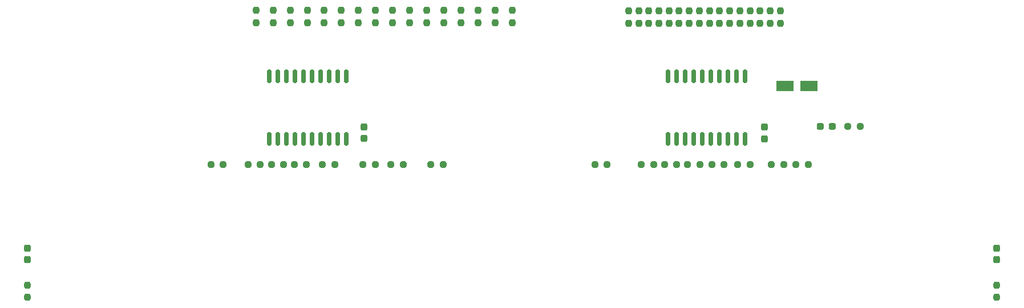
<source format=gbr>
%TF.GenerationSoftware,KiCad,Pcbnew,(6.0.7)*%
%TF.CreationDate,2022-08-24T09:25:49-04:00*%
%TF.ProjectId,PB_16,50425f31-362e-46b6-9963-61645f706362,v2*%
%TF.SameCoordinates,Original*%
%TF.FileFunction,Paste,Top*%
%TF.FilePolarity,Positive*%
%FSLAX46Y46*%
G04 Gerber Fmt 4.6, Leading zero omitted, Abs format (unit mm)*
G04 Created by KiCad (PCBNEW (6.0.7)) date 2022-08-24 09:25:49*
%MOMM*%
%LPD*%
G01*
G04 APERTURE LIST*
G04 Aperture macros list*
%AMRoundRect*
0 Rectangle with rounded corners*
0 $1 Rounding radius*
0 $2 $3 $4 $5 $6 $7 $8 $9 X,Y pos of 4 corners*
0 Add a 4 corners polygon primitive as box body*
4,1,4,$2,$3,$4,$5,$6,$7,$8,$9,$2,$3,0*
0 Add four circle primitives for the rounded corners*
1,1,$1+$1,$2,$3*
1,1,$1+$1,$4,$5*
1,1,$1+$1,$6,$7*
1,1,$1+$1,$8,$9*
0 Add four rect primitives between the rounded corners*
20,1,$1+$1,$2,$3,$4,$5,0*
20,1,$1+$1,$4,$5,$6,$7,0*
20,1,$1+$1,$6,$7,$8,$9,0*
20,1,$1+$1,$8,$9,$2,$3,0*%
G04 Aperture macros list end*
%ADD10RoundRect,0.237500X0.237500X-0.300000X0.237500X0.300000X-0.237500X0.300000X-0.237500X-0.300000X0*%
%ADD11RoundRect,0.237500X-0.237500X0.287500X-0.237500X-0.287500X0.237500X-0.287500X0.237500X0.287500X0*%
%ADD12RoundRect,0.237500X-0.237500X0.250000X-0.237500X-0.250000X0.237500X-0.250000X0.237500X0.250000X0*%
%ADD13RoundRect,0.237500X0.287500X0.237500X-0.287500X0.237500X-0.287500X-0.237500X0.287500X-0.237500X0*%
%ADD14RoundRect,0.237500X0.250000X0.237500X-0.250000X0.237500X-0.250000X-0.237500X0.250000X-0.237500X0*%
%ADD15RoundRect,0.150000X-0.150000X0.875000X-0.150000X-0.875000X0.150000X-0.875000X0.150000X0.875000X0*%
%ADD16RoundRect,0.237500X-0.250000X-0.237500X0.250000X-0.237500X0.250000X0.237500X-0.250000X0.237500X0*%
%ADD17RoundRect,0.237500X0.237500X-0.250000X0.237500X0.250000X-0.237500X0.250000X-0.237500X-0.250000X0*%
%ADD18RoundRect,0.250000X-1.050000X-0.550000X1.050000X-0.550000X1.050000X0.550000X-1.050000X0.550000X0*%
G04 APERTURE END LIST*
D10*
%TO.C,C2*%
X-19166200Y23893200D03*
X-19166200Y25618200D03*
%TD*%
%TO.C,C1*%
X-78566200Y23913200D03*
X-78566200Y25638200D03*
%TD*%
D11*
%TO.C,D3*%
X-128516200Y7647500D03*
X-128516200Y5897500D03*
%TD*%
D12*
%TO.C,R1*%
X-128516200Y2124000D03*
X-128516200Y299000D03*
%TD*%
D13*
%TO.C,D5*%
X-9091200Y25735700D03*
X-10841200Y25735700D03*
%TD*%
D14*
%TO.C,R3*%
X-4963700Y25745700D03*
X-6788700Y25745700D03*
%TD*%
D12*
%TO.C,R2*%
X15283800Y2124000D03*
X15283800Y299000D03*
%TD*%
D11*
%TO.C,D4*%
X15283800Y7647500D03*
X15283800Y5897500D03*
%TD*%
D15*
%TO.C,U2*%
X-22051200Y33185700D03*
X-23321200Y33185700D03*
X-24591200Y33185700D03*
X-25861200Y33185700D03*
X-27131200Y33185700D03*
X-28401200Y33185700D03*
X-29671200Y33185700D03*
X-30941200Y33185700D03*
X-32211200Y33185700D03*
X-33481200Y33185700D03*
X-33481200Y23885700D03*
X-32211200Y23885700D03*
X-30941200Y23885700D03*
X-29671200Y23885700D03*
X-28401200Y23885700D03*
X-27131200Y23885700D03*
X-25861200Y23885700D03*
X-24591200Y23885700D03*
X-23321200Y23885700D03*
X-22051200Y23885700D03*
%TD*%
%TO.C,U1*%
X-81251200Y33185700D03*
X-82521200Y33185700D03*
X-83791200Y33185700D03*
X-85061200Y33185700D03*
X-86331200Y33185700D03*
X-87601200Y33185700D03*
X-88871200Y33185700D03*
X-90141200Y33185700D03*
X-91411200Y33185700D03*
X-92681200Y33185700D03*
X-92681200Y23885700D03*
X-91411200Y23885700D03*
X-90141200Y23885700D03*
X-88871200Y23885700D03*
X-87601200Y23885700D03*
X-86331200Y23885700D03*
X-85061200Y23885700D03*
X-83791200Y23885700D03*
X-82521200Y23885700D03*
X-81251200Y23885700D03*
%TD*%
D14*
%TO.C,R14*%
X-32153700Y20060700D03*
X-33978700Y20060700D03*
%TD*%
D16*
%TO.C,R19*%
X-14503700Y20060700D03*
X-12678700Y20060700D03*
%TD*%
D12*
%TO.C,R23*%
X-87016201Y42998200D03*
X-87016201Y41173200D03*
%TD*%
D17*
%TO.C,R46*%
X-24316200Y41073200D03*
X-24316200Y42898200D03*
%TD*%
D16*
%TO.C,R11*%
X-68678700Y20060700D03*
X-66853700Y20060700D03*
%TD*%
D17*
%TO.C,R48*%
X-21316200Y41073200D03*
X-21316200Y42898200D03*
%TD*%
D12*
%TO.C,R37*%
X-37816200Y42898200D03*
X-37816200Y41073200D03*
%TD*%
D14*
%TO.C,R13*%
X-35578700Y20060700D03*
X-37403700Y20060700D03*
%TD*%
D17*
%TO.C,R32*%
X-64216204Y41173200D03*
X-64216204Y42998200D03*
%TD*%
D12*
%TO.C,R33*%
X-61682871Y42998200D03*
X-61682871Y41173200D03*
%TD*%
%TO.C,R39*%
X-34816200Y42898200D03*
X-34816200Y41073200D03*
%TD*%
D17*
%TO.C,R36*%
X-39316200Y41073200D03*
X-39316200Y42898200D03*
%TD*%
D12*
%TO.C,R45*%
X-25816200Y42898200D03*
X-25816200Y41073200D03*
%TD*%
%TO.C,R26*%
X-79416202Y42998200D03*
X-79416202Y41173200D03*
%TD*%
D17*
%TO.C,R42*%
X-30316200Y41073200D03*
X-30316200Y42898200D03*
%TD*%
D12*
%TO.C,R28*%
X-74349536Y42998200D03*
X-74349536Y41173200D03*
%TD*%
D14*
%TO.C,R5*%
X-93993700Y20060700D03*
X-95818700Y20060700D03*
%TD*%
D18*
%TO.C,C3*%
X-16116200Y31735700D03*
X-12516200Y31735700D03*
%TD*%
D14*
%TO.C,R6*%
X-90503700Y20060700D03*
X-92328700Y20060700D03*
%TD*%
D12*
%TO.C,R22*%
X-89549534Y42998200D03*
X-89549534Y41173200D03*
%TD*%
D17*
%TO.C,R40*%
X-33316200Y41073200D03*
X-33316200Y42898200D03*
%TD*%
D12*
%TO.C,R25*%
X-81949535Y42998200D03*
X-81949535Y41173200D03*
%TD*%
D16*
%TO.C,R17*%
X-23103700Y20060700D03*
X-21278700Y20060700D03*
%TD*%
D12*
%TO.C,R20*%
X-94616200Y42998200D03*
X-94616200Y41173200D03*
%TD*%
%TO.C,R49*%
X-19816200Y42898200D03*
X-19816200Y41073200D03*
%TD*%
D16*
%TO.C,R7*%
X-88928700Y20060700D03*
X-87103700Y20060700D03*
%TD*%
%TO.C,R8*%
X-84748700Y20060700D03*
X-82923700Y20060700D03*
%TD*%
D12*
%TO.C,R21*%
X-92082867Y42998200D03*
X-92082867Y41173200D03*
%TD*%
%TO.C,R35*%
X-56616200Y42998200D03*
X-56616200Y41173200D03*
%TD*%
%TO.C,R51*%
X-16816200Y42898200D03*
X-16816200Y41073200D03*
%TD*%
D16*
%TO.C,R16*%
X-26978700Y20060700D03*
X-25153700Y20060700D03*
%TD*%
D12*
%TO.C,R27*%
X-76882869Y42998200D03*
X-76882869Y41173200D03*
%TD*%
%TO.C,R31*%
X-66749537Y42998200D03*
X-66749537Y41173200D03*
%TD*%
D16*
%TO.C,R15*%
X-30578700Y20060700D03*
X-28753700Y20060700D03*
%TD*%
D12*
%TO.C,R41*%
X-31816200Y42898200D03*
X-31816200Y41073200D03*
%TD*%
%TO.C,R24*%
X-84482868Y42998200D03*
X-84482868Y41173200D03*
%TD*%
D14*
%TO.C,R12*%
X-42503700Y20060700D03*
X-44328700Y20060700D03*
%TD*%
D16*
%TO.C,R9*%
X-78728700Y20060700D03*
X-76903700Y20060700D03*
%TD*%
D17*
%TO.C,R50*%
X-18316200Y41073200D03*
X-18316200Y42898200D03*
%TD*%
D16*
%TO.C,R10*%
X-74588700Y20060700D03*
X-72763700Y20060700D03*
%TD*%
D12*
%TO.C,R47*%
X-22816200Y42898200D03*
X-22816200Y41073200D03*
%TD*%
%TO.C,R30*%
X-69282870Y42998200D03*
X-69282870Y41173200D03*
%TD*%
D14*
%TO.C,R4*%
X-99463700Y20060700D03*
X-101288700Y20060700D03*
%TD*%
D16*
%TO.C,R18*%
X-18103700Y20060700D03*
X-16278700Y20060700D03*
%TD*%
D12*
%TO.C,R29*%
X-71816203Y42998200D03*
X-71816203Y41173200D03*
%TD*%
%TO.C,R43*%
X-28816200Y42898200D03*
X-28816200Y41073200D03*
%TD*%
D17*
%TO.C,R44*%
X-27316200Y41073200D03*
X-27316200Y42898200D03*
%TD*%
D12*
%TO.C,R34*%
X-59149538Y42998200D03*
X-59149538Y41173200D03*
%TD*%
D17*
%TO.C,R38*%
X-36316200Y41073200D03*
X-36316200Y42898200D03*
%TD*%
M02*

</source>
